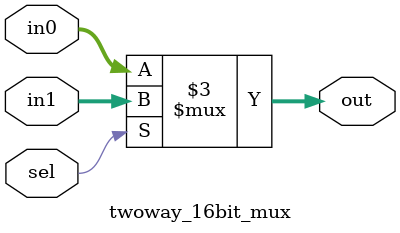
<source format=v>
`timescale 1ns / 1ps

module twoway_16bit_mux(in0,in1,sel,out);

input sel;
input [15:0] in0,in1;
output reg [15:0] out;

always @(*)
case	(sel)
	'd0 :	out = in0;
	default	out = in1;
endcase


endmodule



</source>
